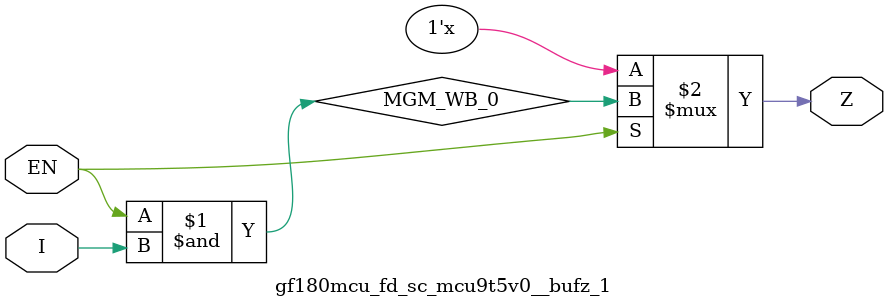
<source format=v>

module gf180mcu_fd_sc_mcu9t5v0__bufz_1( EN, I, Z );
input EN, I;
output Z;

	wire MGM_WB_0;

	wire MGM_WB_1;

	and MGM_BG_0( MGM_WB_0, EN, I );

	not MGM_BG_1( MGM_WB_1, EN );

	bufif0 MGM_BG_2( Z, MGM_WB_0,MGM_WB_1 );

endmodule

</source>
